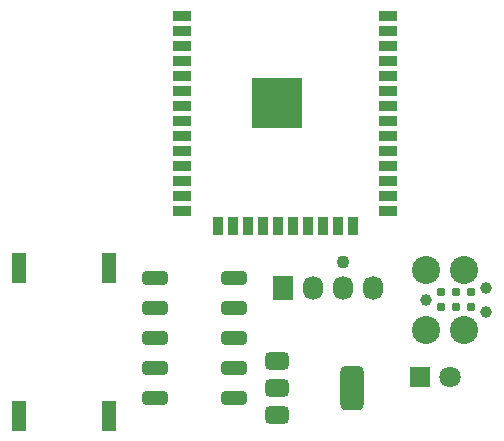
<source format=gbr>
%TF.GenerationSoftware,KiCad,Pcbnew,9.0.0*%
%TF.CreationDate,2025-04-29T12:03:14+05:30*%
%TF.ProjectId,Wireless_charging,57697265-6c65-4737-935f-636861726769,rev?*%
%TF.SameCoordinates,Original*%
%TF.FileFunction,Soldermask,Top*%
%TF.FilePolarity,Negative*%
%FSLAX46Y46*%
G04 Gerber Fmt 4.6, Leading zero omitted, Abs format (unit mm)*
G04 Created by KiCad (PCBNEW 9.0.0) date 2025-04-29 12:03:14*
%MOMM*%
%LPD*%
G01*
G04 APERTURE LIST*
G04 Aperture macros list*
%AMRoundRect*
0 Rectangle with rounded corners*
0 $1 Rounding radius*
0 $2 $3 $4 $5 $6 $7 $8 $9 X,Y pos of 4 corners*
0 Add a 4 corners polygon primitive as box body*
4,1,4,$2,$3,$4,$5,$6,$7,$8,$9,$2,$3,0*
0 Add four circle primitives for the rounded corners*
1,1,$1+$1,$2,$3*
1,1,$1+$1,$4,$5*
1,1,$1+$1,$6,$7*
1,1,$1+$1,$8,$9*
0 Add four rect primitives between the rounded corners*
20,1,$1+$1,$2,$3,$4,$5,0*
20,1,$1+$1,$4,$5,$6,$7,0*
20,1,$1+$1,$6,$7,$8,$9,0*
20,1,$1+$1,$8,$9,$2,$3,0*%
G04 Aperture macros list end*
%ADD10RoundRect,0.375000X-0.625000X-0.375000X0.625000X-0.375000X0.625000X0.375000X-0.625000X0.375000X0*%
%ADD11RoundRect,0.500000X-0.500000X-1.400000X0.500000X-1.400000X0.500000X1.400000X-0.500000X1.400000X0*%
%ADD12R,1.500000X0.900000*%
%ADD13R,0.900000X1.500000*%
%ADD14C,0.600000*%
%ADD15R,4.200000X4.200000*%
%ADD16R,1.200000X2.500000*%
%ADD17RoundRect,0.250000X-0.830000X-0.310000X0.830000X-0.310000X0.830000X0.310000X-0.830000X0.310000X0*%
%ADD18C,2.374900*%
%ADD19C,0.990600*%
%ADD20C,0.787400*%
%ADD21C,1.100000*%
%ADD22R,1.730000X2.030000*%
%ADD23O,1.730000X2.030000*%
%ADD24R,1.800000X1.800000*%
%ADD25C,1.800000*%
G04 APERTURE END LIST*
D10*
%TO.C,U2*%
X183850000Y-111165000D03*
X183850000Y-113465000D03*
D11*
X190150000Y-113465000D03*
D10*
X183850000Y-115765000D03*
%TD*%
D12*
%TO.C,U1*%
X175750000Y-81930000D03*
X175750000Y-83200000D03*
X175750000Y-84470000D03*
X175750000Y-85740000D03*
X175750000Y-87010000D03*
X175750000Y-88280000D03*
X175750000Y-89550000D03*
X175750000Y-90820000D03*
X175750000Y-92090000D03*
X175750000Y-93360000D03*
X175750000Y-94630000D03*
X175750000Y-95900000D03*
X175750000Y-97170000D03*
X175750000Y-98440000D03*
D13*
X178790000Y-99690000D03*
X180060000Y-99690000D03*
X181330000Y-99690000D03*
X182600000Y-99690000D03*
X183870000Y-99690000D03*
X185140000Y-99690000D03*
X186410000Y-99690000D03*
X187680000Y-99690000D03*
X188950000Y-99690000D03*
X190220000Y-99690000D03*
D12*
X193250000Y-98440000D03*
X193250000Y-97170000D03*
X193250000Y-95900000D03*
X193250000Y-94630000D03*
X193250000Y-93360000D03*
X193250000Y-92090000D03*
X193250000Y-90820000D03*
X193250000Y-89550000D03*
X193250000Y-88280000D03*
X193250000Y-87010000D03*
X193250000Y-85740000D03*
X193250000Y-84470000D03*
X193250000Y-83200000D03*
X193250000Y-81930000D03*
D14*
X182295000Y-88507500D03*
X182295000Y-90032500D03*
X183057500Y-87745000D03*
X183057500Y-89270000D03*
X183057500Y-90795000D03*
X183820000Y-88507500D03*
D15*
X183820000Y-89270000D03*
D14*
X183820000Y-90032500D03*
X184582500Y-87745000D03*
X184582500Y-89270000D03*
X184582500Y-90795000D03*
X185345000Y-88507500D03*
X185345000Y-90032500D03*
%TD*%
D16*
%TO.C,SW1*%
X161990000Y-103290000D03*
X161990000Y-115790000D03*
X169610000Y-103290000D03*
X169610000Y-115790000D03*
%TD*%
D17*
%TO.C,J3*%
X173485000Y-104125000D03*
X173485000Y-106665000D03*
X173485000Y-109205000D03*
X173485000Y-111745000D03*
X173485000Y-114285000D03*
X180215000Y-114285000D03*
X180215000Y-111745000D03*
X180215000Y-109205000D03*
X180215000Y-106665000D03*
X180215000Y-104125000D03*
%TD*%
D18*
%TO.C,J2*%
X196460000Y-103450000D03*
D19*
X196460000Y-105990000D03*
D18*
X196460000Y-108530000D03*
X199635000Y-103450000D03*
X199635000Y-108530000D03*
D19*
X201540000Y-104974000D03*
X201540000Y-107006000D03*
D20*
X197730000Y-106625000D03*
X197730000Y-105355000D03*
X199000000Y-106625000D03*
X199000000Y-105355000D03*
X200270000Y-106625000D03*
X200270000Y-105355000D03*
%TD*%
D21*
%TO.C,J1*%
X189430000Y-102780000D03*
D22*
X184350000Y-104940000D03*
D23*
X186890000Y-104940000D03*
X189430000Y-104940000D03*
X191970000Y-104940000D03*
%TD*%
D24*
%TO.C,D1*%
X195960000Y-112500000D03*
D25*
X198500000Y-112500000D03*
%TD*%
M02*

</source>
